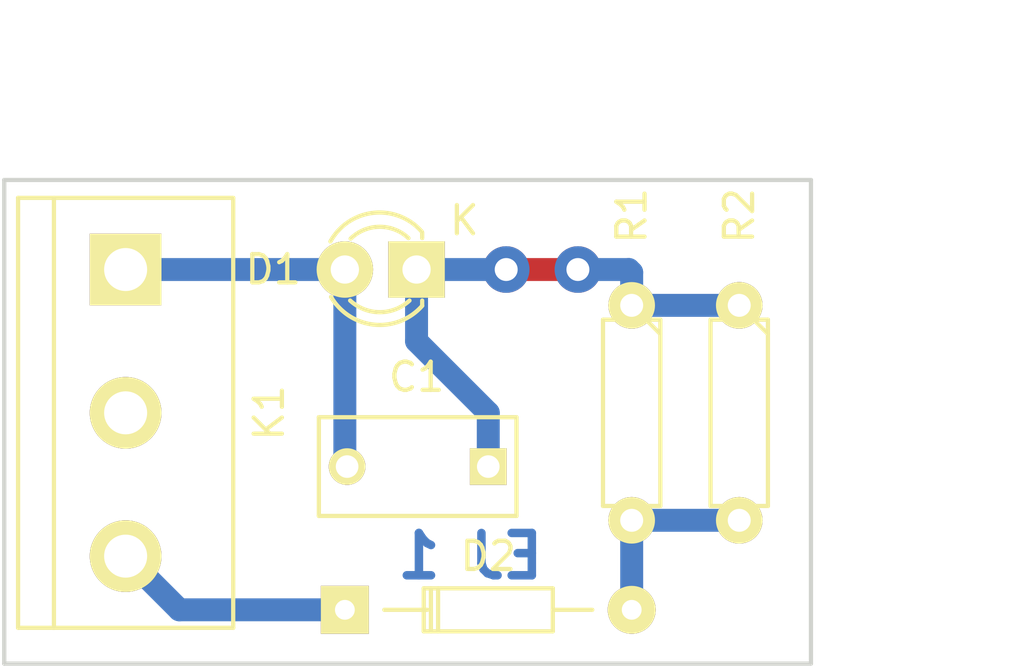
<source format=kicad_pcb>
(kicad_pcb (version 4) (host pcbnew 4.0.0-rc1-stable)

  (general
    (links 8)
    (no_connects 0)
    (area 154.229999 104.699999 182.955001 121.995001)
    (thickness 1.6)
    (drawings 7)
    (tracks 20)
    (zones 0)
    (modules 6)
    (nets 6)
  )

  (page A4)
  (title_block
    (title "Curso de INTI")
    (rev 1.0)
    (company "Laiuppa Adrian")
  )

  (layers
    (0 F.Cu signal)
    (31 B.Cu signal)
    (32 B.Adhes user)
    (33 F.Adhes user)
    (34 B.Paste user)
    (35 F.Paste user)
    (36 B.SilkS user)
    (37 F.SilkS user)
    (38 B.Mask user)
    (39 F.Mask user)
    (40 Dwgs.User user)
    (41 Cmts.User user)
    (42 Eco1.User user)
    (43 Eco2.User user)
    (44 Edge.Cuts user)
    (45 Margin user)
    (46 B.CrtYd user)
    (47 F.CrtYd user)
    (48 B.Fab user)
    (49 F.Fab user)
  )

  (setup
    (last_trace_width 0.25)
    (user_trace_width 0.8128)
    (trace_clearance 0.8128)
    (zone_clearance 0.508)
    (zone_45_only no)
    (trace_min 0.2)
    (segment_width 0.2)
    (edge_width 0.15)
    (via_size 0.6)
    (via_drill 0.4)
    (via_min_size 0.4)
    (via_min_drill 0.3)
    (user_via 1.651 0.8128)
    (uvia_size 0.3)
    (uvia_drill 0.1)
    (uvias_allowed no)
    (uvia_min_size 0.2)
    (uvia_min_drill 0.1)
    (pcb_text_width 0.3)
    (pcb_text_size 1.5 1.5)
    (mod_edge_width 0.15)
    (mod_text_size 1 1)
    (mod_text_width 0.15)
    (pad_size 1.524 1.524)
    (pad_drill 0.762)
    (pad_to_mask_clearance 0.2)
    (aux_axis_origin 0 0)
    (visible_elements 7FFFFFFF)
    (pcbplotparams
      (layerselection 0x00030_80000001)
      (usegerberextensions false)
      (excludeedgelayer true)
      (linewidth 0.100000)
      (plotframeref false)
      (viasonmask false)
      (mode 1)
      (useauxorigin false)
      (hpglpennumber 1)
      (hpglpenspeed 20)
      (hpglpendiameter 15)
      (hpglpenoverlay 2)
      (psnegative false)
      (psa4output false)
      (plotreference true)
      (plotvalue true)
      (plotinvisibletext false)
      (padsonsilk false)
      (subtractmaskfromsilk false)
      (outputformat 1)
      (mirror false)
      (drillshape 1)
      (scaleselection 1)
      (outputdirectory ""))
  )

  (net 0 "")
  (net 1 "Net-(C1-Pad1)")
  (net 2 "Net-(C1-Pad2)")
  (net 3 "Net-(D2-Pad2)")
  (net 4 "Net-(D2-Pad1)")
  (net 5 "Net-(K1-Pad2)")

  (net_class Default "This is the default net class."
    (clearance 0.8128)
    (trace_width 0.25)
    (via_dia 0.6)
    (via_drill 0.4)
    (uvia_dia 0.3)
    (uvia_drill 0.1)
    (add_net "Net-(C1-Pad1)")
    (add_net "Net-(C1-Pad2)")
    (add_net "Net-(D2-Pad1)")
    (add_net "Net-(D2-Pad2)")
    (add_net "Net-(K1-Pad2)")
  )

  (module ej1:C_Rect_L7_W3.5_P5 (layer F.Cu) (tedit 0) (tstamp 565C69E0)
    (at 171.45 114.935 180)
    (descr "Film Capacitor Length 7mm x Width 3.5mm, Pitch 5mm")
    (tags Capacitor)
    (path /565C5BBD)
    (fp_text reference C1 (at 2.54 3.175 180) (layer F.SilkS)
      (effects (font (size 1 1) (thickness 0.15)))
    )
    (fp_text value "100 nF" (at 2.5 3 180) (layer F.Fab)
      (effects (font (size 1 1) (thickness 0.15)))
    )
    (fp_line (start -1.25 -2) (end 6.25 -2) (layer F.CrtYd) (width 0.05))
    (fp_line (start 6.25 -2) (end 6.25 2) (layer F.CrtYd) (width 0.05))
    (fp_line (start 6.25 2) (end -1.25 2) (layer F.CrtYd) (width 0.05))
    (fp_line (start -1.25 2) (end -1.25 -2) (layer F.CrtYd) (width 0.05))
    (fp_line (start -1 -1.75) (end 6 -1.75) (layer F.SilkS) (width 0.15))
    (fp_line (start 6 -1.75) (end 6 1.75) (layer F.SilkS) (width 0.15))
    (fp_line (start 6 1.75) (end -1 1.75) (layer F.SilkS) (width 0.15))
    (fp_line (start -1 1.75) (end -1 -1.75) (layer F.SilkS) (width 0.15))
    (pad 1 thru_hole rect (at 0 0 180) (size 1.3 1.3) (drill 0.8) (layers *.Cu *.Mask F.SilkS)
      (net 1 "Net-(C1-Pad1)"))
    (pad 2 thru_hole circle (at 5 0 180) (size 1.3 1.3) (drill 0.8) (layers *.Cu *.Mask F.SilkS)
      (net 2 "Net-(C1-Pad2)"))
    (model "M:/Mis documentos/Laiuppa_Adrian/ej1.3dshapes/cnp_6mm_disc.wrl"
      (at (xyz 0.1 0 0))
      (scale (xyz 1 1 1))
      (rotate (xyz 0 0 0))
    )
  )

  (module ej1:LED-3MM (layer F.Cu) (tedit 559B82F6) (tstamp 565C69E6)
    (at 168.91 107.95 180)
    (descr "LED 3mm round vertical")
    (tags "LED  3mm round vertical")
    (path /565C5F24)
    (fp_text reference D1 (at 5.08 0 180) (layer F.SilkS)
      (effects (font (size 1 1) (thickness 0.15)))
    )
    (fp_text value "LED  ROJO" (at 1.3 -2.9 180) (layer F.Fab)
      (effects (font (size 1 1) (thickness 0.15)))
    )
    (fp_line (start -1.2 2.3) (end 3.8 2.3) (layer F.CrtYd) (width 0.05))
    (fp_line (start 3.8 2.3) (end 3.8 -2.2) (layer F.CrtYd) (width 0.05))
    (fp_line (start 3.8 -2.2) (end -1.2 -2.2) (layer F.CrtYd) (width 0.05))
    (fp_line (start -1.2 -2.2) (end -1.2 2.3) (layer F.CrtYd) (width 0.05))
    (fp_line (start -0.199 1.314) (end -0.199 1.114) (layer F.SilkS) (width 0.15))
    (fp_line (start -0.199 -1.28) (end -0.199 -1.1) (layer F.SilkS) (width 0.15))
    (fp_arc (start 1.301 0.034) (end -0.199 -1.286) (angle 108.5) (layer F.SilkS) (width 0.15))
    (fp_arc (start 1.301 0.034) (end 0.25 -1.1) (angle 85.7) (layer F.SilkS) (width 0.15))
    (fp_arc (start 1.311 0.034) (end 3.051 0.994) (angle 110) (layer F.SilkS) (width 0.15))
    (fp_arc (start 1.301 0.034) (end 2.335 1.094) (angle 87.5) (layer F.SilkS) (width 0.15))
    (fp_text user K (at -1.69 1.74 180) (layer F.SilkS)
      (effects (font (size 1 1) (thickness 0.15)))
    )
    (pad 1 thru_hole rect (at 0 0 270) (size 2 2) (drill 1.00076) (layers *.Cu *.Mask F.SilkS)
      (net 1 "Net-(C1-Pad1)"))
    (pad 2 thru_hole circle (at 2.54 0 180) (size 2 2) (drill 1.00076) (layers *.Cu *.Mask F.SilkS)
      (net 2 "Net-(C1-Pad2)"))
    (model "M:/Mis documentos/Laiuppa_Adrian/ej1.3dshapes/LED-3MM.wrl"
      (at (xyz 0.05 0 0))
      (scale (xyz 1 1 1))
      (rotate (xyz 0 0 90))
    )
  )

  (module ej1:Diode_DO-35_SOD27_Horizontal_RM10 (layer F.Cu) (tedit 552FFC30) (tstamp 565C69EC)
    (at 166.37 120.015)
    (descr "Diode, DO-35,  SOD27, Horizontal, RM 10mm")
    (tags "Diode, DO-35, SOD27, Horizontal, RM 10mm, 1N4148,")
    (path /565C5DB0)
    (fp_text reference D2 (at 5.08 -1.905) (layer F.SilkS)
      (effects (font (size 1 1) (thickness 0.15)))
    )
    (fp_text value 1n4148 (at 5.08 -1.905) (layer F.Fab)
      (effects (font (size 1 1) (thickness 0.15)))
    )
    (fp_line (start 7.36652 -0.00254) (end 8.76352 -0.00254) (layer F.SilkS) (width 0.15))
    (fp_line (start 2.92152 -0.00254) (end 1.39752 -0.00254) (layer F.SilkS) (width 0.15))
    (fp_line (start 3.30252 -0.76454) (end 3.30252 0.75946) (layer F.SilkS) (width 0.15))
    (fp_line (start 3.04852 -0.76454) (end 3.04852 0.75946) (layer F.SilkS) (width 0.15))
    (fp_line (start 2.79452 -0.00254) (end 2.79452 0.75946) (layer F.SilkS) (width 0.15))
    (fp_line (start 2.79452 0.75946) (end 7.36652 0.75946) (layer F.SilkS) (width 0.15))
    (fp_line (start 7.36652 0.75946) (end 7.36652 -0.76454) (layer F.SilkS) (width 0.15))
    (fp_line (start 7.36652 -0.76454) (end 2.79452 -0.76454) (layer F.SilkS) (width 0.15))
    (fp_line (start 2.79452 -0.76454) (end 2.79452 -0.00254) (layer F.SilkS) (width 0.15))
    (pad 2 thru_hole circle (at 10.16052 -0.00254 180) (size 1.69926 1.69926) (drill 0.70104) (layers *.Cu *.Mask F.SilkS)
      (net 3 "Net-(D2-Pad2)"))
    (pad 1 thru_hole rect (at 0.00052 -0.00254 180) (size 1.69926 1.69926) (drill 0.70104) (layers *.Cu *.Mask F.SilkS)
      (net 4 "Net-(D2-Pad1)"))
    (model "M:/Mis documentos/Laiuppa_Adrian/ej1.3dshapes/Diode_DO-35_SOD27_Horizontal_RM10.wrl"
      (at (xyz 0.2 0 0))
      (scale (xyz 0.4 0.4 0.4))
      (rotate (xyz 0 0 180))
    )
  )

  (module ej1:bornier3 (layer F.Cu) (tedit 0) (tstamp 565C69F3)
    (at 158.605 113.03 270)
    (descr "Bornier d'alimentation 3 pins")
    (tags DEV)
    (path /565C5FFF)
    (fp_text reference K1 (at 0 -5.08 270) (layer F.SilkS)
      (effects (font (size 1 1) (thickness 0.15)))
    )
    (fp_text value CONN_3 (at 0 3.03 270) (layer F.Fab)
      (effects (font (size 1 1) (thickness 0.15)))
    )
    (fp_line (start -7.62 3.81) (end -7.62 -3.81) (layer F.SilkS) (width 0.15))
    (fp_line (start 7.62 3.81) (end 7.62 -3.81) (layer F.SilkS) (width 0.15))
    (fp_line (start -7.62 2.54) (end 7.62 2.54) (layer F.SilkS) (width 0.15))
    (fp_line (start -7.62 -3.81) (end 7.62 -3.81) (layer F.SilkS) (width 0.15))
    (fp_line (start -7.62 3.81) (end 7.62 3.81) (layer F.SilkS) (width 0.15))
    (pad 1 thru_hole rect (at -5.08 0 270) (size 2.54 2.54) (drill 1.524) (layers *.Cu *.Mask F.SilkS)
      (net 2 "Net-(C1-Pad2)"))
    (pad 2 thru_hole circle (at 0 0 270) (size 2.54 2.54) (drill 1.524) (layers *.Cu *.Mask F.SilkS)
      (net 5 "Net-(K1-Pad2)"))
    (pad 3 thru_hole circle (at 5.08 0 270) (size 2.54 2.54) (drill 1.524) (layers *.Cu *.Mask F.SilkS)
      (net 4 "Net-(D2-Pad1)"))
    (model "M:/Mis documentos/Laiuppa_Adrian/ej1.3dshapes/bornier3.wrl"
      (at (xyz 0 0 0))
      (scale (xyz 1 1 1))
      (rotate (xyz 0 0 0))
    )
  )

  (module ej1:R3-LARGE_PADS (layer F.Cu) (tedit 0) (tstamp 565C69F9)
    (at 176.53 113.03 270)
    (descr "Resitance 3 pas")
    (tags R)
    (path /565C5E55)
    (fp_text reference R1 (at -6.985 0 270) (layer F.SilkS)
      (effects (font (size 1 1) (thickness 0.15)))
    )
    (fp_text value 100k (at 0 0 270) (layer F.Fab)
      (effects (font (size 1 1) (thickness 0.15)))
    )
    (fp_line (start -3.81 0) (end -3.302 0) (layer F.SilkS) (width 0.15))
    (fp_line (start 3.81 0) (end 3.302 0) (layer F.SilkS) (width 0.15))
    (fp_line (start 3.302 0) (end 3.302 -1.016) (layer F.SilkS) (width 0.15))
    (fp_line (start 3.302 -1.016) (end -3.302 -1.016) (layer F.SilkS) (width 0.15))
    (fp_line (start -3.302 -1.016) (end -3.302 1.016) (layer F.SilkS) (width 0.15))
    (fp_line (start -3.302 1.016) (end 3.302 1.016) (layer F.SilkS) (width 0.15))
    (fp_line (start 3.302 1.016) (end 3.302 0) (layer F.SilkS) (width 0.15))
    (fp_line (start -3.302 -0.508) (end -2.794 -1.016) (layer F.SilkS) (width 0.15))
    (pad 1 thru_hole circle (at -3.81 0 270) (size 1.651 1.651) (drill 0.8128) (layers *.Cu *.Mask F.SilkS)
      (net 1 "Net-(C1-Pad1)"))
    (pad 2 thru_hole circle (at 3.81 0 270) (size 1.651 1.651) (drill 0.8128) (layers *.Cu *.Mask F.SilkS)
      (net 3 "Net-(D2-Pad2)"))
    (model "M:/Mis documentos/Laiuppa_Adrian/ej1.3dshapes/R3-LARGE_PADS.wrl"
      (at (xyz 0 0 0))
      (scale (xyz 0.3 0.3 0.3))
      (rotate (xyz 0 0 0))
    )
  )

  (module ej1:R3-LARGE_PADS (layer F.Cu) (tedit 0) (tstamp 565CA9D8)
    (at 180.34 113.03 270)
    (descr "Resitance 3 pas")
    (tags R)
    (path /565CA8A5)
    (fp_text reference R2 (at -6.985 0 270) (layer F.SilkS)
      (effects (font (size 1 1) (thickness 0.15)))
    )
    (fp_text value 100 (at 0 0 270) (layer F.Fab)
      (effects (font (size 1 1) (thickness 0.15)))
    )
    (fp_line (start -3.81 0) (end -3.302 0) (layer F.SilkS) (width 0.15))
    (fp_line (start 3.81 0) (end 3.302 0) (layer F.SilkS) (width 0.15))
    (fp_line (start 3.302 0) (end 3.302 -1.016) (layer F.SilkS) (width 0.15))
    (fp_line (start 3.302 -1.016) (end -3.302 -1.016) (layer F.SilkS) (width 0.15))
    (fp_line (start -3.302 -1.016) (end -3.302 1.016) (layer F.SilkS) (width 0.15))
    (fp_line (start -3.302 1.016) (end 3.302 1.016) (layer F.SilkS) (width 0.15))
    (fp_line (start 3.302 1.016) (end 3.302 0) (layer F.SilkS) (width 0.15))
    (fp_line (start -3.302 -0.508) (end -2.794 -1.016) (layer F.SilkS) (width 0.15))
    (pad 1 thru_hole circle (at -3.81 0 270) (size 1.651 1.651) (drill 0.8128) (layers *.Cu *.Mask F.SilkS)
      (net 1 "Net-(C1-Pad1)"))
    (pad 2 thru_hole circle (at 3.81 0 270) (size 1.651 1.651) (drill 0.8128) (layers *.Cu *.Mask F.SilkS)
      (net 3 "Net-(D2-Pad2)"))
    (model "M:/Mis documentos/Laiuppa_Adrian/ej1.3dshapes/R3-LARGE_PADS.wrl"
      (at (xyz 0 0 0))
      (scale (xyz 0.3 0.3 0.3))
      (rotate (xyz 0 0 0))
    )
  )

  (gr_text "EJ 1" (at 170.815 118.11) (layer B.Cu)
    (effects (font (size 1.5 1.5) (thickness 0.3)) (justify mirror))
  )
  (dimension 28.575 (width 0.3) (layer Eco2.User)
    (gr_text 28,575mm (at 168.5925 100.25) (layer Eco2.User) (tstamp 565CA5FE)
      (effects (font (size 1.5 1.5) (thickness 0.3)))
    )
    (feature1 (pts (xy 154.305 104.14) (xy 154.305 98.9)))
    (feature2 (pts (xy 182.88 104.14) (xy 182.88 98.9)))
    (crossbar (pts (xy 182.88 101.6) (xy 154.305 101.6)))
    (arrow1a (pts (xy 154.305 101.6) (xy 155.431504 101.013579)))
    (arrow1b (pts (xy 154.305 101.6) (xy 155.431504 102.186421)))
    (arrow2a (pts (xy 182.88 101.6) (xy 181.753496 101.013579)))
    (arrow2b (pts (xy 182.88 101.6) (xy 181.753496 102.186421)))
  )
  (dimension 16.949873 (width 0.3) (layer Eco2.User)
    (gr_text 16,950mm (at 187.754853 113.445063 270) (layer Eco2.User) (tstamp 565CA5FC)
      (effects (font (size 1.5 1.5) (thickness 0.3)))
    )
    (feature1 (pts (xy 183.864853 121.92) (xy 189.104853 121.92)))
    (feature2 (pts (xy 183.864853 104.970127) (xy 189.104853 104.970127)))
    (crossbar (pts (xy 186.404853 104.970127) (xy 186.404853 121.92)))
    (arrow1a (pts (xy 186.404853 121.92) (xy 185.818432 120.793496)))
    (arrow1b (pts (xy 186.404853 121.92) (xy 186.991274 120.793496)))
    (arrow2a (pts (xy 186.404853 104.970127) (xy 185.818432 106.096631)))
    (arrow2b (pts (xy 186.404853 104.970127) (xy 186.991274 106.096631)))
  )
  (gr_line (start 154.305 104.775) (end 154.305 121.92) (layer Edge.Cuts) (width 0.15))
  (gr_line (start 182.88 104.775) (end 154.305 104.775) (layer Edge.Cuts) (width 0.15))
  (gr_line (start 182.88 121.92) (end 182.88 104.775) (layer Edge.Cuts) (width 0.15))
  (gr_line (start 154.305 121.92) (end 182.88 121.92) (layer Edge.Cuts) (width 0.15))

  (segment (start 176.53 109.22) (end 180.34 109.22) (width 0.8128) (layer B.Cu) (net 1))
  (segment (start 176.53 108.052567) (end 176.427433 107.95) (width 0.8128) (layer B.Cu) (net 1))
  (segment (start 176.427433 107.95) (end 174.625 107.95) (width 0.8128) (layer B.Cu) (net 1))
  (segment (start 176.53 109.22) (end 176.53 108.052567) (width 0.8128) (layer B.Cu) (net 1))
  (via (at 174.625 107.95) (size 1.651) (drill 0.8128) (layers F.Cu B.Cu) (net 1))
  (segment (start 172.085 107.95) (end 174.625 107.95) (width 0.8128) (layer F.Cu) (net 1))
  (via (at 172.085 107.95) (size 1.651) (drill 0.8128) (layers F.Cu B.Cu) (net 1))
  (segment (start 168.91 107.95) (end 172.085 107.95) (width 0.8128) (layer B.Cu) (net 1))
  (segment (start 171.45 114.935) (end 171.45 113.03) (width 0.8128) (layer B.Cu) (net 1))
  (segment (start 171.45 113.03) (end 168.91 110.49) (width 0.8128) (layer B.Cu) (net 1))
  (segment (start 168.91 110.49) (end 168.91 107.95) (width 0.8128) (layer B.Cu) (net 1))
  (segment (start 166.37 107.95) (end 166.37 114.855) (width 0.8128) (layer B.Cu) (net 2))
  (segment (start 166.37 114.855) (end 166.45 114.935) (width 0.8128) (layer B.Cu) (net 2))
  (segment (start 166.37 107.95) (end 158.605 107.95) (width 0.8128) (layer B.Cu) (net 2))
  (segment (start 176.53 116.84) (end 180.34 116.84) (width 0.8128) (layer B.Cu) (net 3))
  (segment (start 176.53052 120.01246) (end 176.53052 116.84052) (width 0.8128) (layer B.Cu) (net 3))
  (segment (start 176.53052 116.84052) (end 176.53 116.84) (width 0.8128) (layer B.Cu) (net 3))
  (segment (start 176.53 120.01194) (end 176.53052 120.01246) (width 0.25) (layer B.Cu) (net 3))
  (segment (start 166.37052 120.01246) (end 160.50746 120.01246) (width 0.8128) (layer B.Cu) (net 4))
  (segment (start 160.50746 120.01246) (end 158.605 118.11) (width 0.8128) (layer B.Cu) (net 4))

)

</source>
